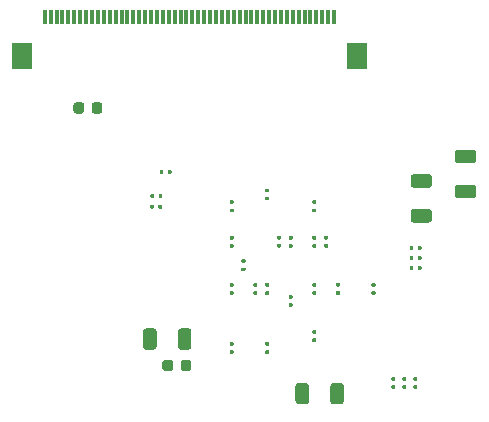
<source format=gbp>
G04 #@! TF.GenerationSoftware,KiCad,Pcbnew,(5.1.10-1-10_14)*
G04 #@! TF.CreationDate,2021-07-09T09:43:35+02:00*
G04 #@! TF.ProjectId,gb-fpga,67622d66-7067-4612-9e6b-696361645f70,rev?*
G04 #@! TF.SameCoordinates,Original*
G04 #@! TF.FileFunction,Paste,Bot*
G04 #@! TF.FilePolarity,Positive*
%FSLAX46Y46*%
G04 Gerber Fmt 4.6, Leading zero omitted, Abs format (unit mm)*
G04 Created by KiCad (PCBNEW (5.1.10-1-10_14)) date 2021-07-09 09:43:35*
%MOMM*%
%LPD*%
G01*
G04 APERTURE LIST*
%ADD10R,1.800000X2.200000*%
%ADD11R,0.300000X1.300000*%
G04 APERTURE END LIST*
D10*
X26350000Y68600000D03*
X54650000Y68600000D03*
D11*
X52750000Y71850000D03*
X52250000Y71850000D03*
X51750000Y71850000D03*
X51250000Y71850000D03*
X50750000Y71850000D03*
X50250000Y71850000D03*
X49750000Y71850000D03*
X49250000Y71850000D03*
X48750000Y71850000D03*
X48250000Y71850000D03*
X47750000Y71850000D03*
X47250000Y71850000D03*
X46750000Y71850000D03*
X46250000Y71850000D03*
X45750000Y71850000D03*
X45250000Y71850000D03*
X44750000Y71850000D03*
X44250000Y71850000D03*
X43750000Y71850000D03*
X43250000Y71850000D03*
X42750000Y71850000D03*
X42250000Y71850000D03*
X41750000Y71850000D03*
X41250000Y71850000D03*
X40750000Y71850000D03*
X40250000Y71850000D03*
X39750000Y71850000D03*
X39250000Y71850000D03*
X38750000Y71850000D03*
X38250000Y71850000D03*
X37750000Y71850000D03*
X37250000Y71850000D03*
X36750000Y71850000D03*
X36250000Y71850000D03*
X35750000Y71850000D03*
X35250000Y71850000D03*
X34750000Y71850000D03*
X34250000Y71850000D03*
X33750000Y71850000D03*
X33250000Y71850000D03*
X32750000Y71850000D03*
X32250000Y71850000D03*
X31750000Y71850000D03*
X31250000Y71850000D03*
X30750000Y71850000D03*
X30250000Y71850000D03*
X29750000Y71850000D03*
X29250000Y71850000D03*
X28750000Y71850000D03*
X28250000Y71850000D03*
G36*
G01*
X46175500Y49036000D02*
X45974500Y49036000D01*
G75*
G02*
X45895000Y49115500I0J79500D01*
G01*
X45895000Y49274500D01*
G75*
G02*
X45974500Y49354000I79500J0D01*
G01*
X46175500Y49354000D01*
G75*
G02*
X46255000Y49274500I0J-79500D01*
G01*
X46255000Y49115500D01*
G75*
G02*
X46175500Y49036000I-79500J0D01*
G01*
G37*
G36*
G01*
X46175500Y48346000D02*
X45974500Y48346000D01*
G75*
G02*
X45895000Y48425500I0J79500D01*
G01*
X45895000Y48584500D01*
G75*
G02*
X45974500Y48664000I79500J0D01*
G01*
X46175500Y48664000D01*
G75*
G02*
X46255000Y48584500I0J-79500D01*
G01*
X46255000Y48425500D01*
G75*
G02*
X46175500Y48346000I-79500J0D01*
G01*
G37*
G36*
G01*
X49175500Y47321000D02*
X48974500Y47321000D01*
G75*
G02*
X48895000Y47400500I0J79500D01*
G01*
X48895000Y47559500D01*
G75*
G02*
X48974500Y47639000I79500J0D01*
G01*
X49175500Y47639000D01*
G75*
G02*
X49255000Y47559500I0J-79500D01*
G01*
X49255000Y47400500D01*
G75*
G02*
X49175500Y47321000I-79500J0D01*
G01*
G37*
G36*
G01*
X49175500Y48011000D02*
X48974500Y48011000D01*
G75*
G02*
X48895000Y48090500I0J79500D01*
G01*
X48895000Y48249500D01*
G75*
G02*
X48974500Y48329000I79500J0D01*
G01*
X49175500Y48329000D01*
G75*
G02*
X49255000Y48249500I0J-79500D01*
G01*
X49255000Y48090500D01*
G75*
G02*
X49175500Y48011000I-79500J0D01*
G01*
G37*
G36*
G01*
X55974500Y48664000D02*
X56175500Y48664000D01*
G75*
G02*
X56255000Y48584500I0J-79500D01*
G01*
X56255000Y48425500D01*
G75*
G02*
X56175500Y48346000I-79500J0D01*
G01*
X55974500Y48346000D01*
G75*
G02*
X55895000Y48425500I0J79500D01*
G01*
X55895000Y48584500D01*
G75*
G02*
X55974500Y48664000I79500J0D01*
G01*
G37*
G36*
G01*
X55974500Y49354000D02*
X56175500Y49354000D01*
G75*
G02*
X56255000Y49274500I0J-79500D01*
G01*
X56255000Y49115500D01*
G75*
G02*
X56175500Y49036000I-79500J0D01*
G01*
X55974500Y49036000D01*
G75*
G02*
X55895000Y49115500I0J79500D01*
G01*
X55895000Y49274500D01*
G75*
G02*
X55974500Y49354000I79500J0D01*
G01*
G37*
G36*
G01*
X49175500Y52346000D02*
X48974500Y52346000D01*
G75*
G02*
X48895000Y52425500I0J79500D01*
G01*
X48895000Y52584500D01*
G75*
G02*
X48974500Y52664000I79500J0D01*
G01*
X49175500Y52664000D01*
G75*
G02*
X49255000Y52584500I0J-79500D01*
G01*
X49255000Y52425500D01*
G75*
G02*
X49175500Y52346000I-79500J0D01*
G01*
G37*
G36*
G01*
X49175500Y53036000D02*
X48974500Y53036000D01*
G75*
G02*
X48895000Y53115500I0J79500D01*
G01*
X48895000Y53274500D01*
G75*
G02*
X48974500Y53354000I79500J0D01*
G01*
X49175500Y53354000D01*
G75*
G02*
X49255000Y53274500I0J-79500D01*
G01*
X49255000Y53115500D01*
G75*
G02*
X49175500Y53036000I-79500J0D01*
G01*
G37*
G36*
G01*
X50974500Y52659000D02*
X51175500Y52659000D01*
G75*
G02*
X51255000Y52579500I0J-79500D01*
G01*
X51255000Y52420500D01*
G75*
G02*
X51175500Y52341000I-79500J0D01*
G01*
X50974500Y52341000D01*
G75*
G02*
X50895000Y52420500I0J79500D01*
G01*
X50895000Y52579500D01*
G75*
G02*
X50974500Y52659000I79500J0D01*
G01*
G37*
G36*
G01*
X50974500Y53349000D02*
X51175500Y53349000D01*
G75*
G02*
X51255000Y53269500I0J-79500D01*
G01*
X51255000Y53110500D01*
G75*
G02*
X51175500Y53031000I-79500J0D01*
G01*
X50974500Y53031000D01*
G75*
G02*
X50895000Y53110500I0J79500D01*
G01*
X50895000Y53269500D01*
G75*
G02*
X50974500Y53349000I79500J0D01*
G01*
G37*
G36*
G01*
X47974500Y52664000D02*
X48175500Y52664000D01*
G75*
G02*
X48255000Y52584500I0J-79500D01*
G01*
X48255000Y52425500D01*
G75*
G02*
X48175500Y52346000I-79500J0D01*
G01*
X47974500Y52346000D01*
G75*
G02*
X47895000Y52425500I0J79500D01*
G01*
X47895000Y52584500D01*
G75*
G02*
X47974500Y52664000I79500J0D01*
G01*
G37*
G36*
G01*
X47974500Y53354000D02*
X48175500Y53354000D01*
G75*
G02*
X48255000Y53274500I0J-79500D01*
G01*
X48255000Y53115500D01*
G75*
G02*
X48175500Y53036000I-79500J0D01*
G01*
X47974500Y53036000D01*
G75*
G02*
X47895000Y53115500I0J79500D01*
G01*
X47895000Y53274500D01*
G75*
G02*
X47974500Y53354000I79500J0D01*
G01*
G37*
G36*
G01*
X51175500Y48346000D02*
X50974500Y48346000D01*
G75*
G02*
X50895000Y48425500I0J79500D01*
G01*
X50895000Y48584500D01*
G75*
G02*
X50974500Y48664000I79500J0D01*
G01*
X51175500Y48664000D01*
G75*
G02*
X51255000Y48584500I0J-79500D01*
G01*
X51255000Y48425500D01*
G75*
G02*
X51175500Y48346000I-79500J0D01*
G01*
G37*
G36*
G01*
X51175500Y49036000D02*
X50974500Y49036000D01*
G75*
G02*
X50895000Y49115500I0J79500D01*
G01*
X50895000Y49274500D01*
G75*
G02*
X50974500Y49354000I79500J0D01*
G01*
X51175500Y49354000D01*
G75*
G02*
X51255000Y49274500I0J-79500D01*
G01*
X51255000Y49115500D01*
G75*
G02*
X51175500Y49036000I-79500J0D01*
G01*
G37*
G36*
G01*
X52175500Y53036000D02*
X51974500Y53036000D01*
G75*
G02*
X51895000Y53115500I0J79500D01*
G01*
X51895000Y53274500D01*
G75*
G02*
X51974500Y53354000I79500J0D01*
G01*
X52175500Y53354000D01*
G75*
G02*
X52255000Y53274500I0J-79500D01*
G01*
X52255000Y53115500D01*
G75*
G02*
X52175500Y53036000I-79500J0D01*
G01*
G37*
G36*
G01*
X52175500Y52346000D02*
X51974500Y52346000D01*
G75*
G02*
X51895000Y52425500I0J79500D01*
G01*
X51895000Y52584500D01*
G75*
G02*
X51974500Y52664000I79500J0D01*
G01*
X52175500Y52664000D01*
G75*
G02*
X52255000Y52584500I0J-79500D01*
G01*
X52255000Y52425500D01*
G75*
G02*
X52175500Y52346000I-79500J0D01*
G01*
G37*
G36*
G01*
X46974500Y48664000D02*
X47175500Y48664000D01*
G75*
G02*
X47255000Y48584500I0J-79500D01*
G01*
X47255000Y48425500D01*
G75*
G02*
X47175500Y48346000I-79500J0D01*
G01*
X46974500Y48346000D01*
G75*
G02*
X46895000Y48425500I0J79500D01*
G01*
X46895000Y48584500D01*
G75*
G02*
X46974500Y48664000I79500J0D01*
G01*
G37*
G36*
G01*
X46974500Y49354000D02*
X47175500Y49354000D01*
G75*
G02*
X47255000Y49274500I0J-79500D01*
G01*
X47255000Y49115500D01*
G75*
G02*
X47175500Y49036000I-79500J0D01*
G01*
X46974500Y49036000D01*
G75*
G02*
X46895000Y49115500I0J79500D01*
G01*
X46895000Y49274500D01*
G75*
G02*
X46974500Y49354000I79500J0D01*
G01*
G37*
G36*
G01*
X53175500Y48351000D02*
X52974500Y48351000D01*
G75*
G02*
X52895000Y48430500I0J79500D01*
G01*
X52895000Y48589500D01*
G75*
G02*
X52974500Y48669000I79500J0D01*
G01*
X53175500Y48669000D01*
G75*
G02*
X53255000Y48589500I0J-79500D01*
G01*
X53255000Y48430500D01*
G75*
G02*
X53175500Y48351000I-79500J0D01*
G01*
G37*
G36*
G01*
X53175500Y49041000D02*
X52974500Y49041000D01*
G75*
G02*
X52895000Y49120500I0J79500D01*
G01*
X52895000Y49279500D01*
G75*
G02*
X52974500Y49359000I79500J0D01*
G01*
X53175500Y49359000D01*
G75*
G02*
X53255000Y49279500I0J-79500D01*
G01*
X53255000Y49120500D01*
G75*
G02*
X53175500Y49041000I-79500J0D01*
G01*
G37*
G36*
G01*
X59836000Y52219500D02*
X59836000Y52420500D01*
G75*
G02*
X59915500Y52500000I79500J0D01*
G01*
X60074500Y52500000D01*
G75*
G02*
X60154000Y52420500I0J-79500D01*
G01*
X60154000Y52219500D01*
G75*
G02*
X60074500Y52140000I-79500J0D01*
G01*
X59915500Y52140000D01*
G75*
G02*
X59836000Y52219500I0J79500D01*
G01*
G37*
G36*
G01*
X59146000Y52219500D02*
X59146000Y52420500D01*
G75*
G02*
X59225500Y52500000I79500J0D01*
G01*
X59384500Y52500000D01*
G75*
G02*
X59464000Y52420500I0J-79500D01*
G01*
X59464000Y52219500D01*
G75*
G02*
X59384500Y52140000I-79500J0D01*
G01*
X59225500Y52140000D01*
G75*
G02*
X59146000Y52219500I0J79500D01*
G01*
G37*
G36*
G01*
X57659500Y40704000D02*
X57860500Y40704000D01*
G75*
G02*
X57940000Y40624500I0J-79500D01*
G01*
X57940000Y40465500D01*
G75*
G02*
X57860500Y40386000I-79500J0D01*
G01*
X57659500Y40386000D01*
G75*
G02*
X57580000Y40465500I0J79500D01*
G01*
X57580000Y40624500D01*
G75*
G02*
X57659500Y40704000I79500J0D01*
G01*
G37*
G36*
G01*
X57659500Y41394000D02*
X57860500Y41394000D01*
G75*
G02*
X57940000Y41314500I0J-79500D01*
G01*
X57940000Y41155500D01*
G75*
G02*
X57860500Y41076000I-79500J0D01*
G01*
X57659500Y41076000D01*
G75*
G02*
X57580000Y41155500I0J79500D01*
G01*
X57580000Y41314500D01*
G75*
G02*
X57659500Y41394000I79500J0D01*
G01*
G37*
G36*
G01*
X43974500Y44354000D02*
X44175500Y44354000D01*
G75*
G02*
X44255000Y44274500I0J-79500D01*
G01*
X44255000Y44115500D01*
G75*
G02*
X44175500Y44036000I-79500J0D01*
G01*
X43974500Y44036000D01*
G75*
G02*
X43895000Y44115500I0J79500D01*
G01*
X43895000Y44274500D01*
G75*
G02*
X43974500Y44354000I79500J0D01*
G01*
G37*
G36*
G01*
X43974500Y43664000D02*
X44175500Y43664000D01*
G75*
G02*
X44255000Y43584500I0J-79500D01*
G01*
X44255000Y43425500D01*
G75*
G02*
X44175500Y43346000I-79500J0D01*
G01*
X43974500Y43346000D01*
G75*
G02*
X43895000Y43425500I0J79500D01*
G01*
X43895000Y43584500D01*
G75*
G02*
X43974500Y43664000I79500J0D01*
G01*
G37*
G36*
G01*
X44974500Y51354000D02*
X45175500Y51354000D01*
G75*
G02*
X45255000Y51274500I0J-79500D01*
G01*
X45255000Y51115500D01*
G75*
G02*
X45175500Y51036000I-79500J0D01*
G01*
X44974500Y51036000D01*
G75*
G02*
X44895000Y51115500I0J79500D01*
G01*
X44895000Y51274500D01*
G75*
G02*
X44974500Y51354000I79500J0D01*
G01*
G37*
G36*
G01*
X44974500Y50664000D02*
X45175500Y50664000D01*
G75*
G02*
X45255000Y50584500I0J-79500D01*
G01*
X45255000Y50425500D01*
G75*
G02*
X45175500Y50346000I-79500J0D01*
G01*
X44974500Y50346000D01*
G75*
G02*
X44895000Y50425500I0J79500D01*
G01*
X44895000Y50584500D01*
G75*
G02*
X44974500Y50664000I79500J0D01*
G01*
G37*
G36*
G01*
X43974500Y48664000D02*
X44175500Y48664000D01*
G75*
G02*
X44255000Y48584500I0J-79500D01*
G01*
X44255000Y48425500D01*
G75*
G02*
X44175500Y48346000I-79500J0D01*
G01*
X43974500Y48346000D01*
G75*
G02*
X43895000Y48425500I0J79500D01*
G01*
X43895000Y48584500D01*
G75*
G02*
X43974500Y48664000I79500J0D01*
G01*
G37*
G36*
G01*
X43974500Y49354000D02*
X44175500Y49354000D01*
G75*
G02*
X44255000Y49274500I0J-79500D01*
G01*
X44255000Y49115500D01*
G75*
G02*
X44175500Y49036000I-79500J0D01*
G01*
X43974500Y49036000D01*
G75*
G02*
X43895000Y49115500I0J79500D01*
G01*
X43895000Y49274500D01*
G75*
G02*
X43974500Y49354000I79500J0D01*
G01*
G37*
G36*
G01*
X51175500Y44346000D02*
X50974500Y44346000D01*
G75*
G02*
X50895000Y44425500I0J79500D01*
G01*
X50895000Y44584500D01*
G75*
G02*
X50974500Y44664000I79500J0D01*
G01*
X51175500Y44664000D01*
G75*
G02*
X51255000Y44584500I0J-79500D01*
G01*
X51255000Y44425500D01*
G75*
G02*
X51175500Y44346000I-79500J0D01*
G01*
G37*
G36*
G01*
X51175500Y45036000D02*
X50974500Y45036000D01*
G75*
G02*
X50895000Y45115500I0J79500D01*
G01*
X50895000Y45274500D01*
G75*
G02*
X50974500Y45354000I79500J0D01*
G01*
X51175500Y45354000D01*
G75*
G02*
X51255000Y45274500I0J-79500D01*
G01*
X51255000Y45115500D01*
G75*
G02*
X51175500Y45036000I-79500J0D01*
G01*
G37*
G36*
G01*
X58589500Y41394000D02*
X58790500Y41394000D01*
G75*
G02*
X58870000Y41314500I0J-79500D01*
G01*
X58870000Y41155500D01*
G75*
G02*
X58790500Y41076000I-79500J0D01*
G01*
X58589500Y41076000D01*
G75*
G02*
X58510000Y41155500I0J79500D01*
G01*
X58510000Y41314500D01*
G75*
G02*
X58589500Y41394000I79500J0D01*
G01*
G37*
G36*
G01*
X58589500Y40704000D02*
X58790500Y40704000D01*
G75*
G02*
X58870000Y40624500I0J-79500D01*
G01*
X58870000Y40465500D01*
G75*
G02*
X58790500Y40386000I-79500J0D01*
G01*
X58589500Y40386000D01*
G75*
G02*
X58510000Y40465500I0J79500D01*
G01*
X58510000Y40624500D01*
G75*
G02*
X58589500Y40704000I79500J0D01*
G01*
G37*
G36*
G01*
X59146000Y51379500D02*
X59146000Y51580500D01*
G75*
G02*
X59225500Y51660000I79500J0D01*
G01*
X59384500Y51660000D01*
G75*
G02*
X59464000Y51580500I0J-79500D01*
G01*
X59464000Y51379500D01*
G75*
G02*
X59384500Y51300000I-79500J0D01*
G01*
X59225500Y51300000D01*
G75*
G02*
X59146000Y51379500I0J79500D01*
G01*
G37*
G36*
G01*
X59836000Y51379500D02*
X59836000Y51580500D01*
G75*
G02*
X59915500Y51660000I79500J0D01*
G01*
X60074500Y51660000D01*
G75*
G02*
X60154000Y51580500I0J-79500D01*
G01*
X60154000Y51379500D01*
G75*
G02*
X60074500Y51300000I-79500J0D01*
G01*
X59915500Y51300000D01*
G75*
G02*
X59836000Y51379500I0J79500D01*
G01*
G37*
G36*
G01*
X44175500Y53036000D02*
X43974500Y53036000D01*
G75*
G02*
X43895000Y53115500I0J79500D01*
G01*
X43895000Y53274500D01*
G75*
G02*
X43974500Y53354000I79500J0D01*
G01*
X44175500Y53354000D01*
G75*
G02*
X44255000Y53274500I0J-79500D01*
G01*
X44255000Y53115500D01*
G75*
G02*
X44175500Y53036000I-79500J0D01*
G01*
G37*
G36*
G01*
X44175500Y52346000D02*
X43974500Y52346000D01*
G75*
G02*
X43895000Y52425500I0J79500D01*
G01*
X43895000Y52584500D01*
G75*
G02*
X43974500Y52664000I79500J0D01*
G01*
X44175500Y52664000D01*
G75*
G02*
X44255000Y52584500I0J-79500D01*
G01*
X44255000Y52425500D01*
G75*
G02*
X44175500Y52346000I-79500J0D01*
G01*
G37*
G36*
G01*
X43974500Y55664000D02*
X44175500Y55664000D01*
G75*
G02*
X44255000Y55584500I0J-79500D01*
G01*
X44255000Y55425500D01*
G75*
G02*
X44175500Y55346000I-79500J0D01*
G01*
X43974500Y55346000D01*
G75*
G02*
X43895000Y55425500I0J79500D01*
G01*
X43895000Y55584500D01*
G75*
G02*
X43974500Y55664000I79500J0D01*
G01*
G37*
G36*
G01*
X43974500Y56354000D02*
X44175500Y56354000D01*
G75*
G02*
X44255000Y56274500I0J-79500D01*
G01*
X44255000Y56115500D01*
G75*
G02*
X44175500Y56036000I-79500J0D01*
G01*
X43974500Y56036000D01*
G75*
G02*
X43895000Y56115500I0J79500D01*
G01*
X43895000Y56274500D01*
G75*
G02*
X43974500Y56354000I79500J0D01*
G01*
G37*
G36*
G01*
X47175500Y56346000D02*
X46974500Y56346000D01*
G75*
G02*
X46895000Y56425500I0J79500D01*
G01*
X46895000Y56584500D01*
G75*
G02*
X46974500Y56664000I79500J0D01*
G01*
X47175500Y56664000D01*
G75*
G02*
X47255000Y56584500I0J-79500D01*
G01*
X47255000Y56425500D01*
G75*
G02*
X47175500Y56346000I-79500J0D01*
G01*
G37*
G36*
G01*
X47175500Y57036000D02*
X46974500Y57036000D01*
G75*
G02*
X46895000Y57115500I0J79500D01*
G01*
X46895000Y57274500D01*
G75*
G02*
X46974500Y57354000I79500J0D01*
G01*
X47175500Y57354000D01*
G75*
G02*
X47255000Y57274500I0J-79500D01*
G01*
X47255000Y57115500D01*
G75*
G02*
X47175500Y57036000I-79500J0D01*
G01*
G37*
G36*
G01*
X59519500Y40704000D02*
X59720500Y40704000D01*
G75*
G02*
X59800000Y40624500I0J-79500D01*
G01*
X59800000Y40465500D01*
G75*
G02*
X59720500Y40386000I-79500J0D01*
G01*
X59519500Y40386000D01*
G75*
G02*
X59440000Y40465500I0J79500D01*
G01*
X59440000Y40624500D01*
G75*
G02*
X59519500Y40704000I79500J0D01*
G01*
G37*
G36*
G01*
X59519500Y41394000D02*
X59720500Y41394000D01*
G75*
G02*
X59800000Y41314500I0J-79500D01*
G01*
X59800000Y41155500D01*
G75*
G02*
X59720500Y41076000I-79500J0D01*
G01*
X59519500Y41076000D01*
G75*
G02*
X59440000Y41155500I0J79500D01*
G01*
X59440000Y41314500D01*
G75*
G02*
X59519500Y41394000I79500J0D01*
G01*
G37*
G36*
G01*
X38204000Y56810500D02*
X38204000Y56609500D01*
G75*
G02*
X38124500Y56530000I-79500J0D01*
G01*
X37965500Y56530000D01*
G75*
G02*
X37886000Y56609500I0J79500D01*
G01*
X37886000Y56810500D01*
G75*
G02*
X37965500Y56890000I79500J0D01*
G01*
X38124500Y56890000D01*
G75*
G02*
X38204000Y56810500I0J-79500D01*
G01*
G37*
G36*
G01*
X37514000Y56810500D02*
X37514000Y56609500D01*
G75*
G02*
X37434500Y56530000I-79500J0D01*
G01*
X37275500Y56530000D01*
G75*
G02*
X37196000Y56609500I0J79500D01*
G01*
X37196000Y56810500D01*
G75*
G02*
X37275500Y56890000I79500J0D01*
G01*
X37434500Y56890000D01*
G75*
G02*
X37514000Y56810500I0J-79500D01*
G01*
G37*
G36*
G01*
X38304000Y58870500D02*
X38304000Y58669500D01*
G75*
G02*
X38224500Y58590000I-79500J0D01*
G01*
X38065500Y58590000D01*
G75*
G02*
X37986000Y58669500I0J79500D01*
G01*
X37986000Y58870500D01*
G75*
G02*
X38065500Y58950000I79500J0D01*
G01*
X38224500Y58950000D01*
G75*
G02*
X38304000Y58870500I0J-79500D01*
G01*
G37*
G36*
G01*
X38994000Y58870500D02*
X38994000Y58669500D01*
G75*
G02*
X38914500Y58590000I-79500J0D01*
G01*
X38755500Y58590000D01*
G75*
G02*
X38676000Y58669500I0J79500D01*
G01*
X38676000Y58870500D01*
G75*
G02*
X38755500Y58950000I79500J0D01*
G01*
X38914500Y58950000D01*
G75*
G02*
X38994000Y58870500I0J-79500D01*
G01*
G37*
G36*
G01*
X59836000Y50539500D02*
X59836000Y50740500D01*
G75*
G02*
X59915500Y50820000I79500J0D01*
G01*
X60074500Y50820000D01*
G75*
G02*
X60154000Y50740500I0J-79500D01*
G01*
X60154000Y50539500D01*
G75*
G02*
X60074500Y50460000I-79500J0D01*
G01*
X59915500Y50460000D01*
G75*
G02*
X59836000Y50539500I0J79500D01*
G01*
G37*
G36*
G01*
X59146000Y50539500D02*
X59146000Y50740500D01*
G75*
G02*
X59225500Y50820000I79500J0D01*
G01*
X59384500Y50820000D01*
G75*
G02*
X59464000Y50740500I0J-79500D01*
G01*
X59464000Y50539500D01*
G75*
G02*
X59384500Y50460000I-79500J0D01*
G01*
X59225500Y50460000D01*
G75*
G02*
X59146000Y50539500I0J79500D01*
G01*
G37*
G36*
G01*
X50974500Y55664000D02*
X51175500Y55664000D01*
G75*
G02*
X51255000Y55584500I0J-79500D01*
G01*
X51255000Y55425500D01*
G75*
G02*
X51175500Y55346000I-79500J0D01*
G01*
X50974500Y55346000D01*
G75*
G02*
X50895000Y55425500I0J79500D01*
G01*
X50895000Y55584500D01*
G75*
G02*
X50974500Y55664000I79500J0D01*
G01*
G37*
G36*
G01*
X50974500Y56354000D02*
X51175500Y56354000D01*
G75*
G02*
X51255000Y56274500I0J-79500D01*
G01*
X51255000Y56115500D01*
G75*
G02*
X51175500Y56036000I-79500J0D01*
G01*
X50974500Y56036000D01*
G75*
G02*
X50895000Y56115500I0J79500D01*
G01*
X50895000Y56274500D01*
G75*
G02*
X50974500Y56354000I79500J0D01*
G01*
G37*
G36*
G01*
X38184000Y55910500D02*
X38184000Y55709500D01*
G75*
G02*
X38104500Y55630000I-79500J0D01*
G01*
X37945500Y55630000D01*
G75*
G02*
X37866000Y55709500I0J79500D01*
G01*
X37866000Y55910500D01*
G75*
G02*
X37945500Y55990000I79500J0D01*
G01*
X38104500Y55990000D01*
G75*
G02*
X38184000Y55910500I0J-79500D01*
G01*
G37*
G36*
G01*
X37494000Y55910500D02*
X37494000Y55709500D01*
G75*
G02*
X37414500Y55630000I-79500J0D01*
G01*
X37255500Y55630000D01*
G75*
G02*
X37176000Y55709500I0J79500D01*
G01*
X37176000Y55910500D01*
G75*
G02*
X37255500Y55990000I79500J0D01*
G01*
X37414500Y55990000D01*
G75*
G02*
X37494000Y55910500I0J-79500D01*
G01*
G37*
G36*
G01*
X46974500Y44354000D02*
X47175500Y44354000D01*
G75*
G02*
X47255000Y44274500I0J-79500D01*
G01*
X47255000Y44115500D01*
G75*
G02*
X47175500Y44036000I-79500J0D01*
G01*
X46974500Y44036000D01*
G75*
G02*
X46895000Y44115500I0J79500D01*
G01*
X46895000Y44274500D01*
G75*
G02*
X46974500Y44354000I79500J0D01*
G01*
G37*
G36*
G01*
X46974500Y43664000D02*
X47175500Y43664000D01*
G75*
G02*
X47255000Y43584500I0J-79500D01*
G01*
X47255000Y43425500D01*
G75*
G02*
X47175500Y43346000I-79500J0D01*
G01*
X46974500Y43346000D01*
G75*
G02*
X46895000Y43425500I0J79500D01*
G01*
X46895000Y43584500D01*
G75*
G02*
X46974500Y43664000I79500J0D01*
G01*
G37*
G36*
G01*
X40665000Y42620000D02*
X40665000Y42120000D01*
G75*
G02*
X40440000Y41895000I-225000J0D01*
G01*
X39990000Y41895000D01*
G75*
G02*
X39765000Y42120000I0J225000D01*
G01*
X39765000Y42620000D01*
G75*
G02*
X39990000Y42845000I225000J0D01*
G01*
X40440000Y42845000D01*
G75*
G02*
X40665000Y42620000I0J-225000D01*
G01*
G37*
G36*
G01*
X39115000Y42620000D02*
X39115000Y42120000D01*
G75*
G02*
X38890000Y41895000I-225000J0D01*
G01*
X38440000Y41895000D01*
G75*
G02*
X38215000Y42120000I0J225000D01*
G01*
X38215000Y42620000D01*
G75*
G02*
X38440000Y42845000I225000J0D01*
G01*
X38890000Y42845000D01*
G75*
G02*
X39115000Y42620000I0J-225000D01*
G01*
G37*
G36*
G01*
X31585000Y64430000D02*
X31585000Y63930000D01*
G75*
G02*
X31360000Y63705000I-225000J0D01*
G01*
X30910000Y63705000D01*
G75*
G02*
X30685000Y63930000I0J225000D01*
G01*
X30685000Y64430000D01*
G75*
G02*
X30910000Y64655000I225000J0D01*
G01*
X31360000Y64655000D01*
G75*
G02*
X31585000Y64430000I0J-225000D01*
G01*
G37*
G36*
G01*
X33135000Y64430000D02*
X33135000Y63930000D01*
G75*
G02*
X32910000Y63705000I-225000J0D01*
G01*
X32460000Y63705000D01*
G75*
G02*
X32235000Y63930000I0J225000D01*
G01*
X32235000Y64430000D01*
G75*
G02*
X32460000Y64655000I225000J0D01*
G01*
X32910000Y64655000D01*
G75*
G02*
X33135000Y64430000I0J-225000D01*
G01*
G37*
G36*
G01*
X63219999Y57680000D02*
X64520001Y57680000D01*
G75*
G02*
X64770000Y57430001I0J-249999D01*
G01*
X64770000Y56779999D01*
G75*
G02*
X64520001Y56530000I-249999J0D01*
G01*
X63219999Y56530000D01*
G75*
G02*
X62970000Y56779999I0J249999D01*
G01*
X62970000Y57430001D01*
G75*
G02*
X63219999Y57680000I249999J0D01*
G01*
G37*
G36*
G01*
X63219999Y60630000D02*
X64520001Y60630000D01*
G75*
G02*
X64770000Y60380001I0J-249999D01*
G01*
X64770000Y59729999D01*
G75*
G02*
X64520001Y59480000I-249999J0D01*
G01*
X63219999Y59480000D01*
G75*
G02*
X62970000Y59729999I0J249999D01*
G01*
X62970000Y60380001D01*
G75*
G02*
X63219999Y60630000I249999J0D01*
G01*
G37*
G36*
G01*
X40665000Y45260001D02*
X40665000Y43959999D01*
G75*
G02*
X40415001Y43710000I-249999J0D01*
G01*
X39764999Y43710000D01*
G75*
G02*
X39515000Y43959999I0J249999D01*
G01*
X39515000Y45260001D01*
G75*
G02*
X39764999Y45510000I249999J0D01*
G01*
X40415001Y45510000D01*
G75*
G02*
X40665000Y45260001I0J-249999D01*
G01*
G37*
G36*
G01*
X37715000Y45260001D02*
X37715000Y43959999D01*
G75*
G02*
X37465001Y43710000I-249999J0D01*
G01*
X36814999Y43710000D01*
G75*
G02*
X36565000Y43959999I0J249999D01*
G01*
X36565000Y45260001D01*
G75*
G02*
X36814999Y45510000I249999J0D01*
G01*
X37465001Y45510000D01*
G75*
G02*
X37715000Y45260001I0J-249999D01*
G01*
G37*
G36*
G01*
X50630000Y40640001D02*
X50630000Y39339999D01*
G75*
G02*
X50380001Y39090000I-249999J0D01*
G01*
X49729999Y39090000D01*
G75*
G02*
X49480000Y39339999I0J249999D01*
G01*
X49480000Y40640001D01*
G75*
G02*
X49729999Y40890000I249999J0D01*
G01*
X50380001Y40890000D01*
G75*
G02*
X50630000Y40640001I0J-249999D01*
G01*
G37*
G36*
G01*
X53580000Y40640001D02*
X53580000Y39339999D01*
G75*
G02*
X53330001Y39090000I-249999J0D01*
G01*
X52679999Y39090000D01*
G75*
G02*
X52430000Y39339999I0J249999D01*
G01*
X52430000Y40640001D01*
G75*
G02*
X52679999Y40890000I249999J0D01*
G01*
X53330001Y40890000D01*
G75*
G02*
X53580000Y40640001I0J-249999D01*
G01*
G37*
G36*
G01*
X60780001Y54470000D02*
X59479999Y54470000D01*
G75*
G02*
X59230000Y54719999I0J249999D01*
G01*
X59230000Y55370001D01*
G75*
G02*
X59479999Y55620000I249999J0D01*
G01*
X60780001Y55620000D01*
G75*
G02*
X61030000Y55370001I0J-249999D01*
G01*
X61030000Y54719999D01*
G75*
G02*
X60780001Y54470000I-249999J0D01*
G01*
G37*
G36*
G01*
X60780001Y57420000D02*
X59479999Y57420000D01*
G75*
G02*
X59230000Y57669999I0J249999D01*
G01*
X59230000Y58320001D01*
G75*
G02*
X59479999Y58570000I249999J0D01*
G01*
X60780001Y58570000D01*
G75*
G02*
X61030000Y58320001I0J-249999D01*
G01*
X61030000Y57669999D01*
G75*
G02*
X60780001Y57420000I-249999J0D01*
G01*
G37*
M02*

</source>
